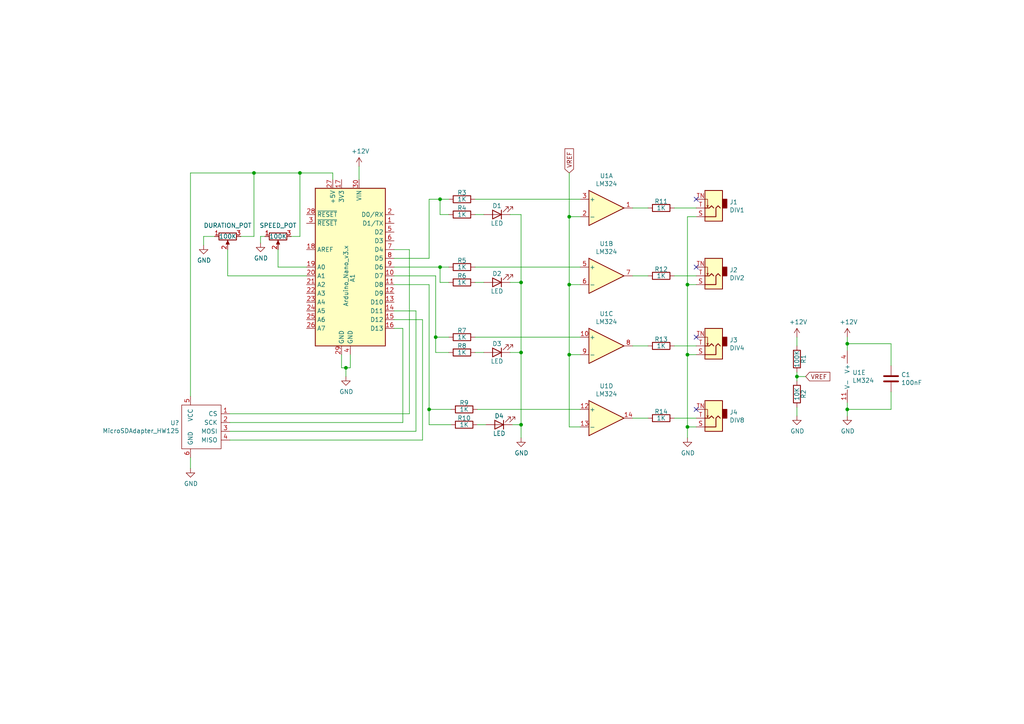
<source format=kicad_sch>
(kicad_sch (version 20211123) (generator eeschema)
  (paper "A4")
  (title_block (title "Oras: Pattern-based Clock") (rev "v1.0") (company "benjiaomodular"))
  (lib_symbols
    (symbol "Amplifier_Operational:LM324" (pin_names (offset 0.127))
      (property "Reference" "U" (at 0 5.08 0))
      (property "Value" "LM324" (at 0 -5.08 0))
      (symbol "LM324_1_1"
        (polyline (pts (xy -5.08 5.08) (xy 5.08 0) (xy -5.08 -5.08) (xy -5.08 5.08)) (stroke (width 0.254)) (fill (type background)))
        (pin output line (at 7.62 0 180) (length 2.54) (name "~") (number "1"))
        (pin input line (at -7.62 -2.54 0) (length 2.54) (name "-") (number "2"))
        (pin input line (at -7.62 2.54 0) (length 2.54) (name "+") (number "3"))
      )
      (symbol "LM324_2_1"
        (polyline (pts (xy -5.08 5.08) (xy 5.08 0) (xy -5.08 -5.08) (xy -5.08 5.08)) (stroke (width 0.254)) (fill (type background)))
        (pin input line (at -7.62 2.54 0) (length 2.54) (name "+") (number "5"))
        (pin input line (at -7.62 -2.54 0) (length 2.54) (name "-") (number "6"))
        (pin output line (at 7.62 0 180) (length 2.54) (name "~") (number "7"))
      )
      (symbol "LM324_3_1"
        (polyline (pts (xy -5.08 5.08) (xy 5.08 0) (xy -5.08 -5.08) (xy -5.08 5.08)) (stroke (width 0.254)) (fill (type background)))
        (pin input line (at -7.62 2.54 0) (length 2.54) (name "+") (number "10"))
        (pin output line (at 7.62 0 180) (length 2.54) (name "~") (number "8"))
        (pin input line (at -7.62 -2.54 0) (length 2.54) (name "-") (number "9"))
      )
      (symbol "LM324_4_1"
        (polyline (pts (xy -5.08 5.08) (xy 5.08 0) (xy -5.08 -5.08) (xy -5.08 5.08)) (stroke (width 0.254)) (fill (type background)))
        (pin input line (at -7.62 2.54 0) (length 2.54) (name "+") (number "12"))
        (pin input line (at -7.62 -2.54 0) (length 2.54) (name "-") (number "13"))
        (pin output line (at 7.62 0 180) (length 2.54) (name "~") (number "14"))
      )
      (symbol "LM324_5_1"
        (pin power_in line (at -2.54 -7.62 90) (length 3.81) (name "V-") (number "11"))
        (pin power_in line (at -2.54 7.62 270) (length 3.81) (name "V+") (number "4"))
      )
    )
    (symbol "Connector:AudioJack2_SwitchT"
      (property "Reference" "J" (at 0 8.89 0))
      (property "Value" "AudioJack2_SwitchT" (at 0 6.35 0))
      (symbol "AudioJack2_SwitchT_0_1"
        (rectangle (start -2.54 0) (end -3.81 -2.54) (stroke (width 0.254)) (fill (type outline)))
        (polyline (pts (xy 1.778 -0.254) (xy 2.032 -0.762)))
        (polyline (pts (xy 0 0) (xy 0.635 -0.635) (xy 1.27 0) (xy 2.54 0)) (stroke (width 0.254)))
        (polyline (pts (xy 2.54 -2.54) (xy 1.778 -2.54) (xy 1.778 -0.254) (xy 1.524 -0.762)))
        (polyline (pts (xy 2.54 2.54) (xy -0.635 2.54) (xy -0.635 0) (xy -1.27 -0.635) (xy -1.905 0)) (stroke (width 0.254)))
        (rectangle (start 2.54 3.81) (end -2.54 -5.08) (stroke (width 0.254)) (fill (type background)))
      )
      (symbol "AudioJack2_SwitchT_1_1"
        (pin passive line (at 5.08 2.54 180) (length 2.54) (name "~") (number "S"))
        (pin passive line (at 5.08 0 180) (length 2.54) (name "~") (number "T"))
        (pin passive line (at 5.08 -2.54 180) (length 2.54) (name "~") (number "TN"))
      )
    )
    (symbol "Device:C" (pin_numbers hide) (pin_names (offset 0.254))
      (property "Reference" "C" (at 0.635 2.54 0))
      (property "Value" "C" (at 0.635 -2.54 0))
      (symbol "C_0_1"
        (polyline (pts (xy -2.032 -0.762) (xy 2.032 -0.762)) (stroke (width 0.508)))
        (polyline (pts (xy -2.032 0.762) (xy 2.032 0.762)) (stroke (width 0.508)))
      )
      (symbol "C_1_1"
        (pin passive line (at 0 3.81 270) (length 2.794) (name "~") (number "1"))
        (pin passive line (at 0 -3.81 90) (length 2.794) (name "~") (number "2"))
      )
    )
    (symbol "Device:LED" (pin_numbers hide) (pin_names (offset 1.016) hide)
      (property "Reference" "D" (at 0 2.54 0))
      (property "Value" "LED" (at 0 -2.54 0))
      (symbol "LED_0_1"
        (polyline (pts (xy -1.27 -1.27) (xy -1.27 1.27)) (stroke (width 0.254)))
        (polyline (pts (xy -1.27 0) (xy 1.27 0)))
        (polyline (pts (xy 1.27 -1.27) (xy 1.27 1.27) (xy -1.27 0) (xy 1.27 -1.27)) (stroke (width 0.254)))
        (polyline (pts (xy -3.048 -0.762) (xy -4.572 -2.286) (xy -3.81 -2.286) (xy -4.572 -2.286) (xy -4.572 -1.524)))
        (polyline (pts (xy -1.778 -0.762) (xy -3.302 -2.286) (xy -2.54 -2.286) (xy -3.302 -2.286) (xy -3.302 -1.524)))
      )
      (symbol "LED_1_1"
        (pin passive line (at -3.81 0 0) (length 2.54) (name "K") (number "1"))
        (pin passive line (at 3.81 0 180) (length 2.54) (name "A") (number "2"))
      )
    )
    (symbol "Device:R" (pin_numbers hide) (pin_names (offset 0))
      (property "Reference" "R" (at 2.032 0 90))
      (property "Value" "R" (at 0 0 90))
      (symbol "R_0_1"
        (rectangle (start -1.016 -2.54) (end 1.016 2.54) (stroke (width 0.254)))
      )
      (symbol "R_1_1"
        (pin passive line (at 0 3.81 270) (length 1.27) (name "~") (number "1"))
        (pin passive line (at 0 -3.81 90) (length 1.27) (name "~") (number "2"))
      )
    )
    (symbol "MCU_Module:Arduino_Nano_v3.x"
      (property "Reference" "A" (at -10.16 23.495 0))
      (property "Value" "Arduino_Nano_v3.x" (at 5.08 -24.13 0))
      (symbol "Arduino_Nano_v3.x_0_1"
        (rectangle (start -10.16 22.86) (end 10.16 -22.86) (stroke (width 0.254)) (fill (type background)))
      )
      (symbol "Arduino_Nano_v3.x_1_1"
        (pin bidirectional line (at -12.7 12.7 0) (length 2.54) (name "D1/TX") (number "1"))
        (pin bidirectional line (at -12.7 -2.54 0) (length 2.54) (name "D7") (number "10"))
        (pin bidirectional line (at -12.7 -5.08 0) (length 2.54) (name "D8") (number "11"))
        (pin bidirectional line (at -12.7 -7.62 0) (length 2.54) (name "D9") (number "12"))
        (pin bidirectional line (at -12.7 -10.16 0) (length 2.54) (name "D10") (number "13"))
        (pin bidirectional line (at -12.7 -12.7 0) (length 2.54) (name "D11") (number "14"))
        (pin bidirectional line (at -12.7 -15.24 0) (length 2.54) (name "D12") (number "15"))
        (pin bidirectional line (at -12.7 -17.78 0) (length 2.54) (name "D13") (number "16"))
        (pin power_out line (at 2.54 25.4 270) (length 2.54) (name "3V3") (number "17"))
        (pin input line (at 12.7 5.08 180) (length 2.54) (name "AREF") (number "18"))
        (pin bidirectional line (at 12.7 0 180) (length 2.54) (name "A0") (number "19"))
        (pin bidirectional line (at -12.7 15.24 0) (length 2.54) (name "D0/RX") (number "2"))
        (pin bidirectional line (at 12.7 -2.54 180) (length 2.54) (name "A1") (number "20"))
        (pin bidirectional line (at 12.7 -5.08 180) (length 2.54) (name "A2") (number "21"))
        (pin bidirectional line (at 12.7 -7.62 180) (length 2.54) (name "A3") (number "22"))
        (pin bidirectional line (at 12.7 -10.16 180) (length 2.54) (name "A4") (number "23"))
        (pin bidirectional line (at 12.7 -12.7 180) (length 2.54) (name "A5") (number "24"))
        (pin bidirectional line (at 12.7 -15.24 180) (length 2.54) (name "A6") (number "25"))
        (pin bidirectional line (at 12.7 -17.78 180) (length 2.54) (name "A7") (number "26"))
        (pin power_out line (at 5.08 25.4 270) (length 2.54) (name "+5V") (number "27"))
        (pin input line (at 12.7 15.24 180) (length 2.54) (name "~{RESET}") (number "28"))
        (pin power_in line (at 2.54 -25.4 90) (length 2.54) (name "GND") (number "29"))
        (pin input line (at 12.7 12.7 180) (length 2.54) (name "~{RESET}") (number "3"))
        (pin power_in line (at -2.54 25.4 270) (length 2.54) (name "VIN") (number "30"))
        (pin power_in line (at 0 -25.4 90) (length 2.54) (name "GND") (number "4"))
        (pin bidirectional line (at -12.7 10.16 0) (length 2.54) (name "D2") (number "5"))
        (pin bidirectional line (at -12.7 7.62 0) (length 2.54) (name "D3") (number "6"))
        (pin bidirectional line (at -12.7 5.08 0) (length 2.54) (name "D4") (number "7"))
        (pin bidirectional line (at -12.7 2.54 0) (length 2.54) (name "D5") (number "8"))
        (pin bidirectional line (at -12.7 0 0) (length 2.54) (name "D6") (number "9"))
      )
    )
    (symbol "Oras-rescue:MicroSDAdapter_HW125-benjiaomodular" (pin_names (offset 1.016))
      (property "Reference" "U" (at 3.81 1.27 0))
      (property "Value" "MicroSDAdapter_HW125-benjiaomodular" (at 13.97 -27.94 0))
      (symbol "MicroSDAdapter_HW125-benjiaomodular_0_0"
        (rectangle (start 0 -1.27) (end 11.43 -13.97))
      )
      (symbol "MicroSDAdapter_HW125-benjiaomodular_1_1"
        (pin input line (at -2.54 -3.81 0) (length 2.54) (name "CS") (number "1"))
        (pin input line (at -2.54 -6.35 0) (length 2.54) (name "SCK") (number "2"))
        (pin input line (at -2.54 -8.89 0) (length 2.54) (name "MOSI") (number "3"))
        (pin input line (at -2.54 -11.43 0) (length 2.54) (name "MISO") (number "4"))
        (pin input line (at 8.89 1.27 270) (length 2.54) (name "VCC") (number "5"))
        (pin input line (at 8.89 -16.51 90) (length 2.54) (name "GND") (number "6"))
      )
    )
    (symbol "Oras-rescue:R_POT-Device" (pin_names (offset 1.016) hide)
      (property "Reference" "RV" (at -4.445 0 90))
      (property "Value" "R_POT-Device" (at -2.54 0 90))
      (symbol "R_POT-Device_0_1"
        (polyline (pts (xy 2.54 0) (xy 1.524 0)))
        (polyline (pts (xy 1.143 0) (xy 2.286 0.508) (xy 2.286 -0.508) (xy 1.143 0)) (fill (type outline)))
        (rectangle (start 1.016 2.54) (end -1.016 -2.54) (stroke (width 0.254)))
      )
      (symbol "R_POT-Device_1_1"
        (pin passive line (at 0 3.81 270) (length 1.27) (name "1") (number "1"))
        (pin passive line (at 3.81 0 180) (length 1.27) (name "2") (number "2"))
        (pin passive line (at 0 -3.81 90) (length 1.27) (name "3") (number "3"))
      )
    )
    (symbol "power:+12V" (power) (pin_names (offset 0))
      (property "Value" "+12V" (at 0 3.556 0))
      (symbol "+12V_0_1"
        (polyline (pts (xy -0.762 1.27) (xy 0 2.54)))
        (polyline (pts (xy 0 0) (xy 0 2.54)))
        (polyline (pts (xy 0 2.54) (xy 0.762 1.27)))
      )
      (symbol "+12V_1_1"
        (pin power_in line (at 0 0 90) (length 0) hide (name "+12V") (number "1"))
      )
    )
    (symbol "power:GND" (power) (pin_names (offset 0))
      (property "Value" "GND" (at 0 -3.81 0))
      (symbol "GND_0_1"
        (polyline (pts (xy 0 0) (xy 0 -1.27) (xy 1.27 -1.27) (xy 0 -2.54) (xy -1.27 -1.27) (xy 0 -1.27)))
      )
      (symbol "GND_1_1"
        (pin power_in line (at 0 0 270) (length 0) hide (name "GND") (number "1"))
      )
    )
  )
  (junction (at 151.13 81.915))
  (junction (at 165.1 102.87))
  (junction (at 165.1 62.865))
  (junction (at 199.39 102.87))
  (junction (at 100.33 106.68))
  (junction (at 127.635 57.785))
  (junction (at 231.14 109.22))
  (junction (at 199.39 123.825))
  (junction (at 245.745 99.695))
  (junction (at 73.66 50.165))
  (junction (at 151.13 102.235))
  (junction (at 126.365 97.79))
  (junction (at 124.46 118.745))
  (junction (at 127.635 77.47))
  (junction (at 151.13 123.19))
  (junction (at 165.1 82.55))
  (junction (at 199.39 82.55))
  (junction (at 86.995 50.165))
  (junction (at 245.745 118.745))
  (no_connect (at 201.93 77.47))
  (no_connect (at 201.93 57.785))
  (no_connect (at 201.93 97.79))
  (no_connect (at 201.93 118.745))
  (wire (pts (xy 86.995 68.58) (xy 86.995 50.165)))
  (wire (pts (xy 101.6 106.68) (xy 100.33 106.68)))
  (wire (pts (xy 233.68 109.22) (xy 231.14 109.22)))
  (wire (pts (xy 80.645 72.39) (xy 80.645 77.47)))
  (wire (pts (xy 80.645 77.47) (xy 88.9 77.47)))
  (wire (pts (xy 137.795 62.23) (xy 140.335 62.23)))
  (wire (pts (xy 183.515 60.325) (xy 187.96 60.325)))
  (wire (pts (xy 66.04 72.39) (xy 66.04 80.01)))
  (wire (pts (xy 100.33 106.68) (xy 100.33 109.22)))
  (wire (pts (xy 151.13 102.235) (xy 151.13 123.19)))
  (wire (pts (xy 59.055 68.58) (xy 59.055 71.12)))
  (wire (pts (xy 258.445 99.695) (xy 258.445 106.045)))
  (wire (pts (xy 147.955 102.235) (xy 151.13 102.235)))
  (wire (pts (xy 201.93 62.865) (xy 199.39 62.865)))
  (wire (pts (xy 124.46 57.785) (xy 124.46 74.93)))
  (wire (pts (xy 245.745 118.745) (xy 245.745 116.84)))
  (wire (pts (xy 126.365 102.235) (xy 126.365 97.79)))
  (wire (pts (xy 96.52 52.07) (xy 96.52 50.165)))
  (wire (pts (xy 231.14 118.11) (xy 231.14 120.65)))
  (wire (pts (xy 137.795 77.47) (xy 168.275 77.47)))
  (wire (pts (xy 114.3 90.17) (xy 120.65 90.17)))
  (wire (pts (xy 120.65 125.095) (xy 66.675 125.095)))
  (wire (pts (xy 199.39 102.87) (xy 199.39 123.825)))
  (wire (pts (xy 168.275 82.55) (xy 165.1 82.55)))
  (wire (pts (xy 104.14 48.26) (xy 104.14 52.07)))
  (wire (pts (xy 116.84 95.25) (xy 116.84 122.555)))
  (wire (pts (xy 138.43 123.19) (xy 140.97 123.19)))
  (wire (pts (xy 183.515 100.33) (xy 187.96 100.33)))
  (wire (pts (xy 151.13 123.19) (xy 151.13 127)))
  (wire (pts (xy 114.3 77.47) (xy 127.635 77.47)))
  (wire (pts (xy 183.515 80.01) (xy 187.96 80.01)))
  (wire (pts (xy 66.675 120.015) (xy 118.745 120.015)))
  (wire (pts (xy 99.06 106.68) (xy 100.33 106.68)))
  (wire (pts (xy 195.58 100.33) (xy 201.93 100.33)))
  (wire (pts (xy 127.635 62.23) (xy 127.635 57.785)))
  (wire (pts (xy 126.365 80.01) (xy 126.365 97.79)))
  (wire (pts (xy 130.175 102.235) (xy 126.365 102.235)))
  (wire (pts (xy 245.745 99.695) (xy 245.745 101.6)))
  (wire (pts (xy 99.06 102.87) (xy 99.06 106.68)))
  (wire (pts (xy 137.795 57.785) (xy 168.275 57.785)))
  (wire (pts (xy 148.59 123.19) (xy 151.13 123.19)))
  (wire (pts (xy 75.565 68.58) (xy 75.565 70.485)))
  (wire (pts (xy 122.555 127.635) (xy 66.675 127.635)))
  (wire (pts (xy 84.455 68.58) (xy 86.995 68.58)))
  (wire (pts (xy 231.14 97.79) (xy 231.14 100.33)))
  (wire (pts (xy 199.39 127) (xy 199.39 123.825)))
  (wire (pts (xy 168.275 62.865) (xy 165.1 62.865)))
  (wire (pts (xy 147.955 62.23) (xy 151.13 62.23)))
  (wire (pts (xy 245.745 118.745) (xy 258.445 118.745)))
  (wire (pts (xy 137.795 81.915) (xy 140.335 81.915)))
  (wire (pts (xy 147.955 81.915) (xy 151.13 81.915)))
  (wire (pts (xy 168.275 102.87) (xy 165.1 102.87)))
  (wire (pts (xy 114.3 82.55) (xy 124.46 82.55)))
  (wire (pts (xy 73.66 50.165) (xy 73.66 68.58)))
  (wire (pts (xy 130.81 118.745) (xy 124.46 118.745)))
  (wire (pts (xy 118.745 72.39) (xy 114.3 72.39)))
  (wire (pts (xy 245.745 99.695) (xy 258.445 99.695)))
  (wire (pts (xy 73.66 68.58) (xy 69.85 68.58)))
  (wire (pts (xy 73.66 50.165) (xy 55.245 50.165)))
  (wire (pts (xy 231.14 109.22) (xy 231.14 110.49)))
  (wire (pts (xy 165.1 50.165) (xy 165.1 62.865)))
  (wire (pts (xy 199.39 62.865) (xy 199.39 82.55)))
  (wire (pts (xy 55.245 50.165) (xy 55.245 114.935)))
  (wire (pts (xy 165.1 123.825) (xy 168.275 123.825)))
  (wire (pts (xy 195.58 121.285) (xy 201.93 121.285)))
  (wire (pts (xy 130.81 123.19) (xy 124.46 123.19)))
  (wire (pts (xy 201.93 102.87) (xy 199.39 102.87)))
  (wire (pts (xy 101.6 102.87) (xy 101.6 106.68)))
  (wire (pts (xy 138.43 118.745) (xy 168.275 118.745)))
  (wire (pts (xy 199.39 123.825) (xy 201.93 123.825)))
  (wire (pts (xy 151.13 62.23) (xy 151.13 81.915)))
  (wire (pts (xy 124.46 123.19) (xy 124.46 118.745)))
  (wire (pts (xy 124.46 82.55) (xy 124.46 118.745)))
  (wire (pts (xy 258.445 118.745) (xy 258.445 113.665)))
  (wire (pts (xy 201.93 82.55) (xy 199.39 82.55)))
  (wire (pts (xy 137.795 97.79) (xy 168.275 97.79)))
  (wire (pts (xy 151.13 81.915) (xy 151.13 102.235)))
  (wire (pts (xy 199.39 82.55) (xy 199.39 102.87)))
  (wire (pts (xy 126.365 97.79) (xy 130.175 97.79)))
  (wire (pts (xy 231.14 107.95) (xy 231.14 109.22)))
  (wire (pts (xy 96.52 50.165) (xy 86.995 50.165)))
  (wire (pts (xy 114.3 74.93) (xy 124.46 74.93)))
  (wire (pts (xy 195.58 60.325) (xy 201.93 60.325)))
  (wire (pts (xy 165.1 82.55) (xy 165.1 102.87)))
  (wire (pts (xy 137.795 102.235) (xy 140.335 102.235)))
  (wire (pts (xy 165.1 102.87) (xy 165.1 123.825)))
  (wire (pts (xy 62.23 68.58) (xy 59.055 68.58)))
  (wire (pts (xy 127.635 77.47) (xy 130.175 77.47)))
  (wire (pts (xy 114.3 80.01) (xy 126.365 80.01)))
  (wire (pts (xy 114.3 92.71) (xy 122.555 92.71)))
  (wire (pts (xy 66.04 80.01) (xy 88.9 80.01)))
  (wire (pts (xy 55.245 135.89) (xy 55.245 132.715)))
  (wire (pts (xy 183.515 121.285) (xy 187.96 121.285)))
  (wire (pts (xy 124.46 57.785) (xy 127.635 57.785)))
  (wire (pts (xy 245.745 97.79) (xy 245.745 99.695)))
  (wire (pts (xy 127.635 81.915) (xy 130.175 81.915)))
  (wire (pts (xy 195.58 80.01) (xy 201.93 80.01)))
  (wire (pts (xy 86.995 50.165) (xy 73.66 50.165)))
  (wire (pts (xy 127.635 77.47) (xy 127.635 81.915)))
  (wire (pts (xy 114.3 95.25) (xy 116.84 95.25)))
  (wire (pts (xy 75.565 68.58) (xy 76.835 68.58)))
  (wire (pts (xy 245.745 120.65) (xy 245.745 118.745)))
  (wire (pts (xy 122.555 92.71) (xy 122.555 127.635)))
  (wire (pts (xy 120.65 90.17) (xy 120.65 125.095)))
  (wire (pts (xy 165.1 62.865) (xy 165.1 82.55)))
  (wire (pts (xy 116.84 122.555) (xy 66.675 122.555)))
  (wire (pts (xy 127.635 57.785) (xy 130.175 57.785)))
  (wire (pts (xy 118.745 120.015) (xy 118.745 72.39)))
  (wire (pts (xy 127.635 62.23) (xy 130.175 62.23)))
  (global_label "VREF" (shape input) (at 165.1 50.165 90) (property "Intersheet References" "${INTERSHEET_REFS}" (effects hide)))
  (global_label "VREF" (shape input) (at 233.68 109.22 0) (property "Intersheet References" "${INTERSHEET_REFS}" (effects hide)))
  (symbol (lib_id "MCU_Module:Arduino_Nano_v3.x") (at 101.6 77.47 0) (mirror y) (unit 1)
    (property "Reference" "A1" (at 102.235 80.645 90))
    (property "Value" "Arduino_Nano_v3.x" (at 100.33 80.01 90))
    (property "Footprint" "Module:Arduino_Nano" (effects hide))
    (property "Datasheet" "http://www.mouser.com/pdfdocs/Gravitech_Arduino_Nano3_0.pdf" (effects hide))
  )
  (symbol (lib_id "Oras-rescue:R_POT-Device") (at 66.04 68.58 90) (mirror x) (unit 1)
    (property "Reference" "DURATION_POT" (at 66.04 65.405 90))
    (property "Value" "100K" (at 66.04 68.58 90))
    (property "Footprint" "benjiaomodular:Resistor_L6.3mm_D2.5mm_P7.62mm_Horizontal" (effects hide))
  )
  (symbol (lib_id "Oras-rescue:R_POT-Device") (at 80.645 68.58 90) (mirror x) (unit 1)
    (property "Reference" "SPEED_POT" (at 80.645 65.405 90))
    (property "Value" "100K" (at 80.645 68.58 90))
    (property "Footprint" "benjiaomodular:Resistor_L6.3mm_D2.5mm_P7.62mm_Horizontal" (effects hide))
  )
  (symbol (lib_id "power:GND") (at 59.055 71.12 0) (unit 1)
    (property "Reference" "#PWR01" (effects hide))
    (property "Value" "GND" (at 59.182 75.5142 0))
  )
  (symbol (lib_id "power:GND") (at 75.565 70.485 0) (unit 1)
    (property "Reference" "#PWR04" (effects hide))
    (property "Value" "GND" (at 75.692 74.8792 0))
  )
  (symbol (lib_id "power:GND") (at 100.33 109.22 0) (unit 1)
    (property "Reference" "#PWR07" (effects hide))
    (property "Value" "GND" (at 100.457 113.6142 0))
  )
  (symbol (lib_id "Connector:AudioJack2_SwitchT") (at 207.01 60.325 180) (unit 1)
    (property "Reference" "J1" (at 211.582 58.6232 0) (effects (justify right)))
    (property "Value" "DIV1" (at 211.582 60.9346 0) (effects (justify right)))
    (property "Footprint" "benjiaomodular:Potentiometer_RV09" (effects hide))
  )
  (symbol (lib_id "Device:R") (at 133.985 57.785 270) (unit 1)
    (property "Reference" "R3" (at 133.985 55.88 90))
    (property "Value" "1K" (at 133.985 57.785 90))
    (property "Footprint" "benjiaomodular:Resistor_L6.3mm_D2.5mm_P7.62mm_Horizontal" (effects hide))
  )
  (symbol (lib_id "Device:R") (at 133.985 62.23 270) (unit 1)
    (property "Reference" "R4" (at 133.985 60.325 90))
    (property "Value" "1K" (at 133.985 62.23 90))
    (property "Footprint" "benjiaomodular:Resistor_L6.3mm_D2.5mm_P7.62mm_Horizontal" (effects hide))
  )
  (symbol (lib_id "Oras-rescue:MicroSDAdapter_HW125-benjiaomodular") (at 64.135 116.205 0) (mirror y) (unit 1)
    (property "Reference" "U?" (at 52.0192 122.6566 0) (effects (justify left)))
    (property "Value" "MicroSDAdapter_HW125" (at 52.0192 124.968 0) (effects (justify left)))
  )
  (symbol (lib_id "Device:R") (at 191.77 60.325 270) (unit 1)
    (property "Reference" "R11" (at 191.77 58.42 90))
    (property "Value" "1K" (at 191.77 60.325 90))
    (property "Footprint" "benjiaomodular:Resistor_L6.3mm_D2.5mm_P7.62mm_Horizontal" (effects hide))
  )
  (symbol (lib_id "Device:LED") (at 144.145 62.23 180) (unit 1)
    (property "Reference" "D1" (at 144.145 59.69 0))
    (property "Value" "LED" (at 144.145 64.77 0))
    (property "Footprint" "LED_THT:LED_D3.0mm" (effects hide))
  )
  (symbol (lib_id "Device:R") (at 191.77 80.01 270) (unit 1)
    (property "Reference" "R12" (at 191.77 78.105 90))
    (property "Value" "1K" (at 191.77 80.01 90))
    (property "Footprint" "benjiaomodular:Resistor_L6.3mm_D2.5mm_P7.62mm_Horizontal" (effects hide))
  )
  (symbol (lib_id "Device:R") (at 191.77 100.33 270) (unit 1)
    (property "Reference" "R13" (at 191.77 98.425 90))
    (property "Value" "1K" (at 191.77 100.33 90))
    (property "Footprint" "benjiaomodular:Resistor_L6.3mm_D2.5mm_P7.62mm_Horizontal" (effects hide))
  )
  (symbol (lib_id "Device:R") (at 133.985 77.47 270) (unit 1)
    (property "Reference" "R5" (at 133.985 75.565 90))
    (property "Value" "1K" (at 133.985 77.47 90))
    (property "Footprint" "benjiaomodular:Resistor_L6.3mm_D2.5mm_P7.62mm_Horizontal" (effects hide))
  )
  (symbol (lib_id "Device:R") (at 133.985 81.915 270) (unit 1)
    (property "Reference" "R6" (at 133.985 80.01 90))
    (property "Value" "1K" (at 133.985 81.915 90))
    (property "Footprint" "benjiaomodular:Resistor_L6.3mm_D2.5mm_P7.62mm_Horizontal" (effects hide))
  )
  (symbol (lib_id "Connector:AudioJack2_SwitchT") (at 207.01 80.01 180) (unit 1)
    (property "Reference" "J2" (at 211.582 78.3082 0) (effects (justify right)))
    (property "Value" "DIV2" (at 211.582 80.6196 0) (effects (justify right)))
    (property "Footprint" "benjiaomodular:Potentiometer_RV09" (effects hide))
  )
  (symbol (lib_id "Device:LED") (at 144.145 81.915 180) (unit 1)
    (property "Reference" "D2" (at 144.145 79.375 0))
    (property "Value" "LED" (at 144.145 84.455 0))
    (property "Footprint" "LED_THT:LED_D3.0mm" (effects hide))
  )
  (symbol (lib_id "Device:R") (at 191.77 121.285 270) (unit 1)
    (property "Reference" "R14" (at 191.77 119.38 90))
    (property "Value" "1K" (at 191.77 121.285 90))
    (property "Footprint" "benjiaomodular:Resistor_L6.3mm_D2.5mm_P7.62mm_Horizontal" (effects hide))
  )
  (symbol (lib_id "Device:R") (at 133.985 97.79 270) (unit 1)
    (property "Reference" "R7" (at 133.985 95.885 90))
    (property "Value" "1K" (at 133.985 97.79 90))
    (property "Footprint" "benjiaomodular:Resistor_L6.3mm_D2.5mm_P7.62mm_Horizontal" (effects hide))
  )
  (symbol (lib_id "Device:R") (at 133.985 102.235 270) (unit 1)
    (property "Reference" "R8" (at 133.985 100.33 90))
    (property "Value" "1K" (at 133.985 102.235 90))
    (property "Footprint" "benjiaomodular:Resistor_L6.3mm_D2.5mm_P7.62mm_Horizontal" (effects hide))
  )
  (symbol (lib_id "Connector:AudioJack2_SwitchT") (at 207.01 100.33 180) (unit 1)
    (property "Reference" "J3" (at 211.582 98.6282 0) (effects (justify right)))
    (property "Value" "DIV4" (at 211.582 100.9396 0) (effects (justify right)))
    (property "Footprint" "benjiaomodular:Potentiometer_RV09" (effects hide))
  )
  (symbol (lib_id "Device:LED") (at 144.145 102.235 180) (unit 1)
    (property "Reference" "D3" (at 144.145 99.695 0))
    (property "Value" "LED" (at 144.145 104.775 0))
    (property "Footprint" "LED_THT:LED_D3.0mm" (effects hide))
  )
  (symbol (lib_id "Device:R") (at 134.62 118.745 270) (unit 1)
    (property "Reference" "R9" (at 134.62 116.84 90))
    (property "Value" "1K" (at 134.62 118.745 90))
    (property "Footprint" "benjiaomodular:Resistor_L6.3mm_D2.5mm_P7.62mm_Horizontal" (effects hide))
  )
  (symbol (lib_id "Device:R") (at 134.62 123.19 270) (unit 1)
    (property "Reference" "R10" (at 134.62 121.285 90))
    (property "Value" "1K" (at 134.62 123.19 90))
    (property "Footprint" "benjiaomodular:Resistor_L6.3mm_D2.5mm_P7.62mm_Horizontal" (effects hide))
  )
  (symbol (lib_id "Connector:AudioJack2_SwitchT") (at 207.01 121.285 180) (unit 1)
    (property "Reference" "J4" (at 211.582 119.5832 0) (effects (justify right)))
    (property "Value" "DIV8" (at 211.582 121.8946 0) (effects (justify right)))
    (property "Footprint" "benjiaomodular:Potentiometer_RV09" (effects hide))
  )
  (symbol (lib_id "Device:LED") (at 144.78 123.19 180) (unit 1)
    (property "Reference" "D4" (at 144.78 120.65 0))
    (property "Value" "LED" (at 144.78 125.73 0))
    (property "Footprint" "LED_THT:LED_D3.0mm" (effects hide))
  )
  (symbol (lib_id "Amplifier_Operational:LM324") (at 175.895 60.325 0) (unit 1)
    (property "Reference" "U1" (at 175.895 51.0032 0))
    (property "Value" "LM324" (at 175.895 53.3146 0))
    (property "Footprint" "Package_DIP:DIP-14_W7.62mm" (effects hide))
    (property "Datasheet" "http://www.ti.com/lit/ds/symlink/lm2902-n.pdf" (effects hide))
  )
  (symbol (lib_id "Amplifier_Operational:LM324") (at 175.895 80.01 0) (unit 2)
    (property "Reference" "U1" (at 175.895 70.6882 0))
    (property "Value" "LM324" (at 175.895 72.9996 0))
    (property "Footprint" "Package_DIP:DIP-14_W7.62mm" (effects hide))
    (property "Datasheet" "http://www.ti.com/lit/ds/symlink/lm2902-n.pdf" (effects hide))
  )
  (symbol (lib_id "Amplifier_Operational:LM324") (at 175.895 100.33 0) (unit 3)
    (property "Reference" "U1" (at 175.895 91.0082 0))
    (property "Value" "LM324" (at 175.895 93.3196 0))
    (property "Footprint" "Package_DIP:DIP-14_W7.62mm" (effects hide))
    (property "Datasheet" "http://www.ti.com/lit/ds/symlink/lm2902-n.pdf" (effects hide))
  )
  (symbol (lib_id "Amplifier_Operational:LM324") (at 175.895 121.285 0) (unit 4)
    (property "Reference" "U1" (at 175.895 111.9632 0))
    (property "Value" "LM324" (at 175.895 114.2746 0))
    (property "Footprint" "Package_DIP:DIP-14_W7.62mm" (effects hide))
    (property "Datasheet" "http://www.ti.com/lit/ds/symlink/lm2902-n.pdf" (effects hide))
  )
  (symbol (lib_id "Amplifier_Operational:LM324") (at 248.285 109.22 0) (unit 5)
    (property "Reference" "U1" (at 247.2182 108.0516 0) (effects (justify left)))
    (property "Value" "LM324" (at 247.2182 110.363 0) (effects (justify left)))
    (property "Footprint" "Package_DIP:DIP-14_W7.62mm" (effects hide))
    (property "Datasheet" "http://www.ti.com/lit/ds/symlink/lm2902-n.pdf" (effects hide))
  )
  (symbol (lib_id "power:+12V") (at 231.14 97.79 0) (unit 1)
    (property "Reference" "#PWR02" (effects hide))
    (property "Value" "+12V" (at 231.521 93.3958 0))
  )
  (symbol (lib_id "Device:R") (at 231.14 104.14 180) (unit 1)
    (property "Reference" "R1" (at 233.045 104.14 90))
    (property "Value" "100K" (at 231.14 104.14 90))
    (property "Footprint" "benjiaomodular:Resistor_L6.3mm_D2.5mm_P7.62mm_Horizontal" (effects hide))
  )
  (symbol (lib_id "Device:R") (at 231.14 114.3 180) (unit 1)
    (property "Reference" "R2" (at 233.045 114.3 90))
    (property "Value" "10K" (at 231.14 114.3 90))
    (property "Footprint" "benjiaomodular:Resistor_L6.3mm_D2.5mm_P7.62mm_Horizontal" (effects hide))
  )
  (symbol (lib_id "power:GND") (at 231.14 120.65 0) (unit 1)
    (property "Reference" "#PWR03" (effects hide))
    (property "Value" "GND" (at 231.267 125.0442 0))
  )
  (symbol (lib_id "power:+12V") (at 245.745 97.79 0) (unit 1)
    (property "Reference" "#PWR05" (effects hide))
    (property "Value" "+12V" (at 246.126 93.3958 0))
  )
  (symbol (lib_id "power:GND") (at 245.745 120.65 0) (unit 1)
    (property "Reference" "#PWR06" (effects hide))
    (property "Value" "GND" (at 245.872 125.0442 0))
  )
  (symbol (lib_id "power:GND") (at 55.245 135.89 0) (unit 1)
    (property "Reference" "#PWR?" (effects hide))
    (property "Value" "GND" (at 55.372 140.2842 0))
  )
  (symbol (lib_id "Device:C") (at 258.445 109.855 0) (unit 1)
    (property "Reference" "C1" (at 261.366 108.6866 0) (effects (justify left)))
    (property "Value" "100nF" (at 261.366 110.998 0) (effects (justify left)))
    (property "Footprint" "benjiaomodular:Capacitor_Rect_L7.2mm_W2.5mm_P5.00mm" (effects hide))
  )
  (symbol (lib_id "power:GND") (at 151.13 127 0) (unit 1)
    (property "Reference" "#PWR?" (effects hide))
    (property "Value" "GND" (at 151.257 131.3942 0))
  )
  (symbol (lib_id "power:GND") (at 199.39 127 0) (unit 1)
    (property "Reference" "#PWR?" (effects hide))
    (property "Value" "GND" (at 199.517 131.3942 0))
  )
  (symbol (lib_id "power:+12V") (at 104.14 48.26 0) (unit 1)
    (property "Reference" "#PWR?" (effects hide))
    (property "Value" "+12V" (at 104.521 43.8658 0))
  )
)
</source>
